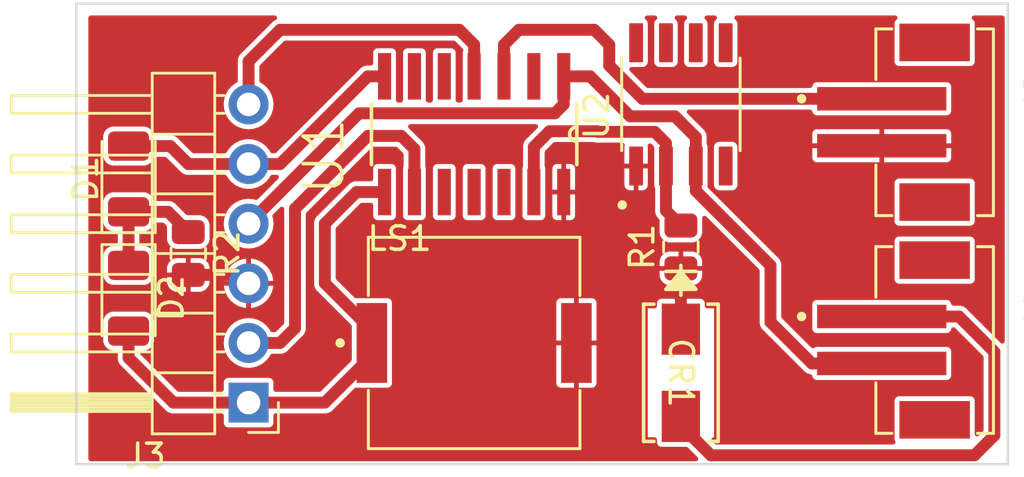
<source format=kicad_pcb>
(kicad_pcb (version 20221018) (generator pcbnew)
  (layers (0 "F.Cu" signal) (31 "B.Cu" signal) (44 "Edge.Cuts" user))
  (net 0 "")
  (net 1 "GND")
  (net 2 "/VCC")
  (net 3 "/M1")
  (net 4 "/MISO")
  (net 5 "/SCK")
  (net 6 "/MOSI")
  (net 7 "/RST")
  (net 9 "/LED1")
  (net 10 "/LED2")
  (net 14 "/AMB")
  (net 15 "Net-(CR1-Pad2)")
  (net 16 "Net-(D1-K)")
  (footprint "LED_SMD:LED_1206_3216Metric" (layer "F.Cu") (at 143.2 93.84 90)
    (fp_text reference "D1" (at 0 -1.82 90) (layer "F.SilkS"))
    (fp_text value "LED")
    (fp_line (start -2.285 -1.135) (end -2.285 1.135) (stroke (width 0.12)) (layer "F.SilkS"))
    (fp_line (start -2.285 1.135) (end 1.6 1.135) (stroke (width 0.12)) (layer "F.SilkS"))
    (fp_line (start 1.6 -1.135) (end -2.285 -1.135) (stroke (width 0.12)) (layer "F.SilkS"))
    (pad "1" smd roundrect (at -1.4 0 90) (size 1.25 1.75) (layers "F.Cu" "F.Paste" "F.Mask") (roundrect_rratio 0.2) (net 16 "Net-(D1-K)"))
    (pad "2" smd roundrect (at 1.4 0 90) (size 1.25 1.75) (layers "F.Cu" "F.Paste" "F.Mask") (roundrect_rratio 0.2) (net 6 "/MOSI"))
  )
  (footprint "Library:SOIC127P599X175-8N" (layer "F.Cu") (at 166.695 90.665 90)
    (fp_text reference "U2" (at -0.48 -3.582 90) (layer "F.SilkS"))
    (fp_text value "MLX75305KXD-AAA-000-RE")
    (fp_line (start -1.97 -2.52) (end 1.97 -2.52) (stroke (width 0.127)) (layer "F.SilkS"))
    (fp_line (start -1.97 2.52) (end 1.97 2.52) (stroke (width 0.127)) (layer "F.SilkS"))
    (fp_circle (center -4.285 -2.495) (end -4.185 -2.495) (stroke (width 0.2)) (fill none) (layer "F.SilkS"))
    (pad "1" smd roundrect (at -2.625 -1.905 90) (size 1.66 0.59) (layers "F.Cu" "F.Paste" "F.Mask") (roundrect_rratio 0.07) (net 1 "GND"))
    (pad "2" smd roundrect (at -2.625 -0.635 90) (size 1.66 0.59) (layers "F.Cu" "F.Paste" "F.Mask") (roundrect_rratio 0.07) (net 14 "/AMB"))
    (pad "3" smd roundrect (at -2.625 0.635 90) (size 1.66 0.59) (layers "F.Cu" "F.Paste" "F.Mask") (roundrect_rratio 0.07) (net 2 "/VCC"))
    (pad "4" smd roundrect (at -2.625 1.905 90) (size 1.66 0.59) (layers "F.Cu" "F.Paste" "F.Mask") (roundrect_rratio 0.07))
    (pad "5" smd roundrect (at 2.625 1.905 90) (size 1.66 0.59) (layers "F.Cu" "F.Paste" "F.Mask") (roundrect_rratio 0.07))
    (pad "6" smd roundrect (at 2.625 0.635 90) (size 1.66 0.59) (layers "F.Cu" "F.Paste" "F.Mask") (roundrect_rratio 0.07))
    (pad "7" smd roundrect (at 2.625 -0.635 90) (size 1.66 0.59) (layers "F.Cu" "F.Paste" "F.Mask") (roundrect_rratio 0.07))
    (pad "8" smd roundrect (at 2.625 -1.905 90) (size 1.66 0.59) (layers "F.Cu" "F.Paste" "F.Mask") (roundrect_rratio 0.07))
  )
  (footprint "LED_SMD:LED_1206_3216Metric" (layer "F.Cu") (at 143.2 98.92 -90)
    (fp_text reference "D2" (at 0 -1.82 90) (layer "F.SilkS"))
    (fp_text value "LED")
    (fp_line (start -2.285 -1.135) (end -2.285 1.135) (stroke (width 0.12)) (layer "F.SilkS"))
    (fp_line (start -2.285 1.135) (end 1.6 1.135) (stroke (width 0.12)) (layer "F.SilkS"))
    (fp_line (start 1.6 -1.135) (end -2.285 -1.135) (stroke (width 0.12)) (layer "F.SilkS"))
    (pad "1" smd roundrect (at -1.4 0 270) (size 1.25 1.75) (layers "F.Cu" "F.Paste" "F.Mask") (roundrect_rratio 0.2) (net 16 "Net-(D1-K)"))
    (pad "2" smd roundrect (at 1.4 0 270) (size 1.25 1.75) (layers "F.Cu" "F.Paste" "F.Mask") (roundrect_rratio 0.2) (net 4 "/MISO"))
  )
  (footprint "Connector_PinHeader_2.54mm:PinHeader_1x06_P2.54mm_Horizontal" (layer "F.Cu") (at 148.305 103.365 180)
    (fp_text reference "J3" (at 4.385 -2.27) (layer "F.SilkS"))
    (fp_text value "Conn_01x06_Pin")
    (fp_line (start -1.27 -1.27) (end 0 -1.27) (stroke (width 0.12)) (layer "F.SilkS"))
    (fp_line (start -1.27 0) (end -1.27 -1.27) (stroke (width 0.12)) (layer "F.SilkS"))
    (fp_line (start 1.042929 2.16) (end 1.44 2.16) (stroke (width 0.12)) (layer "F.SilkS"))
    (fp_line (start 1.042929 2.92) (end 1.44 2.92) (stroke (width 0.12)) (layer "F.SilkS"))
    (fp_line (start 1.042929 4.7) (end 1.44 4.7) (stroke (width 0.12)) (layer "F.SilkS"))
    (fp_line (start 1.042929 5.46) (end 1.44 5.46) (stroke (width 0.12)) (layer "F.SilkS"))
    (fp_line (start 1.042929 7.24) (end 1.44 7.24) (stroke (width 0.12)) (layer "F.SilkS"))
    (fp_line (start 1.042929 8) (end 1.44 8) (stroke (width 0.12)) (layer "F.SilkS"))
    (fp_line (start 1.042929 9.78) (end 1.44 9.78) (stroke (width 0.12)) (layer "F.SilkS"))
    (fp_line (start 1.042929 10.54) (end 1.44 10.54) (stroke (width 0.12)) (layer "F.SilkS"))
    (fp_line (start 1.042929 12.32) (end 1.44 12.32) (stroke (width 0.12)) (layer "F.SilkS"))
    (fp_line (start 1.042929 13.08) (end 1.44 13.08) (stroke (width 0.12)) (layer "F.SilkS"))
    (fp_line (start 1.11 -0.38) (end 1.44 -0.38) (stroke (width 0.12)) (layer "F.SilkS"))
    (fp_line (start 1.11 0.38) (end 1.44 0.38) (stroke (width 0.12)) (layer "F.SilkS"))
    (fp_line (start 1.44 -1.33) (end 1.44 14.03) (stroke (width 0.12)) (layer "F.SilkS"))
    (fp_line (start 1.44 1.27) (end 4.1 1.27) (stroke (width 0.12)) (layer "F.SilkS"))
    (fp_line (start 1.44 3.81) (end 4.1 3.81) (stroke (width 0.12)) (layer "F.SilkS"))
    (fp_line (start 1.44 6.35) (end 4.1 6.35) (stroke (width 0.12)) (layer "F.SilkS"))
    (fp_line (start 1.44 8.89) (end 4.1 8.89) (stroke (width 0.12)) (layer "F.SilkS"))
    (fp_line (start 1.44 11.43) (end 4.1 11.43) (stroke (width 0.12)) (layer "F.SilkS"))
    (fp_line (start 1.44 14.03) (end 4.1 14.03) (stroke (width 0.12)) (layer "F.SilkS"))
    (fp_line (start 4.1 -1.33) (end 1.44 -1.33) (stroke (width 0.12)) (layer "F.SilkS"))
    (fp_line (start 4.1 -0.38) (end 10.1 -0.38) (stroke (width 0.12)) (layer "F.SilkS"))
    (fp_line (start 4.1 -0.32) (end 10.1 -0.32) (stroke (width 0.12)) (layer "F.SilkS"))
    (fp_line (start 4.1 -0.2) (end 10.1 -0.2) (stroke (width 0.12)) (layer "F.SilkS"))
    (fp_line (start 4.1 -0.08) (end 10.1 -0.08) (stroke (width 0.12)) (layer "F.SilkS"))
    (fp_line (start 4.1 0.04) (end 10.1 0.04) (stroke (width 0.12)) (layer "F.SilkS"))
    (fp_line (start 4.1 0.16) (end 10.1 0.16) (stroke (width 0.12)) (layer "F.SilkS"))
    (fp_line (start 4.1 0.28) (end 10.1 0.28) (stroke (width 0.12)) (layer "F.SilkS"))
    (fp_line (start 4.1 2.16) (end 10.1 2.16) (stroke (width 0.12)) (layer "F.SilkS"))
    (fp_line (start 4.1 4.7) (end 10.1 4.7) (stroke (width 0.12)) (layer "F.SilkS"))
    (fp_line (start 4.1 7.24) (end 10.1 7.24) (stroke (width 0.12)) (layer "F.SilkS"))
    (fp_line (start 4.1 9.78) (end 10.1 9.78) (stroke (width 0.12)) (layer "F.SilkS"))
    (fp_line (start 4.1 12.32) (end 10.1 12.32) (stroke (width 0.12)) (layer "F.SilkS"))
    (fp_line (start 4.1 14.03) (end 4.1 -1.33) (stroke (width 0.12)) (layer "F.SilkS"))
    (fp_line (start 10.1 -0.38) (end 10.1 0.38) (stroke (width 0.12)) (layer "F.SilkS"))
    (fp_line (start 10.1 0.38) (end 4.1 0.38) (stroke (width 0.12)) (layer "F.SilkS"))
    (fp_line (start 10.1 2.16) (end 10.1 2.92) (stroke (width 0.12)) (layer "F.SilkS"))
    (fp_line (start 10.1 2.92) (end 4.1 2.92) (stroke (width 0.12)) (layer "F.SilkS"))
    (fp_line (start 10.1 4.7) (end 10.1 5.46) (stroke (width 0.12)) (layer "F.SilkS"))
    (fp_line (start 10.1 5.46) (end 4.1 5.46) (stroke (width 0.12)) (layer "F.SilkS"))
    (fp_line (start 10.1 7.24) (end 10.1 8) (stroke (width 0.12)) (layer "F.SilkS"))
    (fp_line (start 10.1 8) (end 4.1 8) (stroke (width 0.12)) (layer "F.SilkS"))
    (fp_line (start 10.1 9.78) (end 10.1 10.54) (stroke (width 0.12)) (layer "F.SilkS"))
    (fp_line (start 10.1 10.54) (end 4.1 10.54) (stroke (width 0.12)) (layer "F.SilkS"))
    (fp_line (start 10.1 12.32) (end 10.1 13.08) (stroke (width 0.12)) (layer "F.SilkS"))
    (fp_line (start 10.1 13.08) (end 4.1 13.08) (stroke (width 0.12)) (layer "F.SilkS"))
    (pad "1" thru_hole rect (at 0 0 180) (size 1.7 1.7) (drill 1) (layers "*.Cu" "*.Mask") (net 4 "/MISO"))
    (pad "2" thru_hole oval (at 0 2.54 180) (size 1.7 1.7) (drill 1) (layers "*.Cu" "*.Mask") (net 5 "/SCK"))
    (pad "3" thru_hole oval (at 0 5.08 180) (size 1.7 1.7) (drill 1) (layers "*.Cu" "*.Mask") (net 1 "GND"))
    (pad "4" thru_hole oval (at 0 7.62 180) (size 1.7 1.7) (drill 1) (layers "*.Cu" "*.Mask") (net 2 "/VCC"))
    (pad "5" thru_hole oval (at 0 10.16 180) (size 1.7 1.7) (drill 1) (layers "*.Cu" "*.Mask") (net 6 "/MOSI"))
    (pad "6" thru_hole oval (at 0 12.7 180) (size 1.7 1.7) (drill 1) (layers "*.Cu" "*.Mask") (net 7 "/RST"))
  )
  (footprint "Library:JST_B2B-PH-SM4-TB" (layer "F.Cu") (at 177.49 100.698 -90)
    (fp_text reference "J1" (at -1.275 -4.385 90) (layer "F.SilkS"))
    (fp_text value "B2B-PH-SM4-TB")
    (fp_line (start -3.975 -2.5) (end 3.975 -2.5) (stroke (width 0.127)) (layer "F.SilkS"))
    (fp_line (start -3.975 -1.82) (end -3.975 -2.5) (stroke (width 0.127)) (layer "F.SilkS"))
    (fp_line (start -3.975 2.5) (end -3.975 1.82) (stroke (width 0.127)) (layer "F.SilkS"))
    (fp_line (start -1.82 2.5) (end -3.975 2.5) (stroke (width 0.127)) (layer "F.SilkS"))
    (fp_line (start 3.975 -2.5) (end 3.975 -1.82) (stroke (width 0.127)) (layer "F.SilkS"))
    (fp_line (start 3.975 2.5) (end 1.82 2.5) (stroke (width 0.127)) (layer "F.SilkS"))
    (fp_line (start 3.975 2.5) (end 3.975 1.82) (stroke (width 0.127)) (layer "F.SilkS"))
    (fp_circle (center -1 5.66) (end -0.9 5.66) (stroke (width 0.2)) (fill none) (layer "F.SilkS"))
    (pad "1" smd rect (at -1 2.25 270) (size 1 5.5) (layers "F.Cu" "F.Paste" "F.Mask") (net 15 "Net-(CR1-Pad2)"))
    (pad "2" smd rect (at 1 2.25 270) (size 1 5.5) (layers "F.Cu" "F.Paste" "F.Mask") (net 2 "/VCC"))
    (pad "S1" smd rect (at -3.4 0 270) (size 1.6 3) (layers "F.Cu" "F.Paste" "F.Mask"))
    (pad "S2" smd rect (at 3.4 0 270) (size 1.6 3) (layers "F.Cu" "F.Paste" "F.Mask"))
  )
  (footprint "Library:SOIC127P600X175-14N" (layer "F.Cu") (at 157.9 91.935 -90)
    (fp_text reference "U1" (at 0.941555 6.387375 90) (layer "F.SilkS") (effects (font (size 1.643079 1.643079))))
    (fp_text value "ATTINY84A-SSUR")
    (fp_line (start -1.2954 4.3688) (end 1.2954 4.3688) (stroke (width 0.1524)) (layer "F.SilkS"))
    (fp_line (start -0.3048 -4.3688) (end -1.2954 -4.3688) (stroke (width 0.1524)) (layer "F.SilkS"))
    (fp_line (start 0.3048 -4.3688) (end -0.3048 -4.3688) (stroke (width 0.1524)) (layer "F.SilkS"))
    (fp_line (start 1.2954 -4.3688) (end 0.3048 -4.3688) (stroke (width 0.1524)) (layer "F.SilkS"))
    (fp_arc (start 0.3048 -4.3688) (mid 0 -4.064) (end -0.3048 -4.3688) (stroke (width 0.1524)) (layer "F.SilkS"))
    (pad "1" smd rect (at -2.4638 -3.81 270) (size 1.9812 0.5588) (layers "F.Cu" "F.Paste" "F.Mask") (net 2 "/VCC"))
    (pad "2" smd rect (at -2.4638 -2.54 270) (size 1.9812 0.5588) (layers "F.Cu" "F.Paste" "F.Mask"))
    (pad "3" smd rect (at -2.4638 -1.27 270) (size 1.9812 0.5588) (layers "F.Cu" "F.Paste" "F.Mask") (net 3 "/M1"))
    (pad "4" smd rect (at -2.4638 0 270) (size 1.9812 0.5588) (layers "F.Cu" "F.Paste" "F.Mask") (net 7 "/RST"))
    (pad "5" smd rect (at -2.4638 1.27 270) (size 1.9812 0.5588) (layers "F.Cu" "F.Paste" "F.Mask") (net 9 "/LED1"))
    (pad "6" smd rect (at -2.4638 2.54 270) (size 1.9812 0.5588) (layers "F.Cu" "F.Paste" "F.Mask") (net 10 "/LED2"))
    (pad "7" smd rect (at -2.4638 3.81 270) (size 1.9812 0.5588) (layers "F.Cu" "F.Paste" "F.Mask") (net 6 "/MOSI"))
    (pad "8" smd rect (at 2.4638 3.81 270) (size 1.9812 0.5588) (layers "F.Cu" "F.Paste" "F.Mask") (net 4 "/MISO"))
    (pad "9" smd rect (at 2.4638 2.54 270) (size 1.9812 0.5588) (layers "F.Cu" "F.Paste" "F.Mask") (net 5 "/SCK"))
    (pad "10" smd rect (at 2.4638 1.27 270) (size 1.9812 0.5588) (layers "F.Cu" "F.Paste" "F.Mask"))
    (pad "11" smd rect (at 2.4638 0 270) (size 1.9812 0.5588) (layers "F.Cu" "F.Paste" "F.Mask"))
    (pad "12" smd rect (at 2.4638 -1.27 270) (size 1.9812 0.5588) (layers "F.Cu" "F.Paste" "F.Mask"))
    (pad "13" smd rect (at 2.4638 -2.54 270) (size 1.9812 0.5588) (layers "F.Cu" "F.Paste" "F.Mask") (net 14 "/AMB"))
    (pad "14" smd rect (at 2.4638 -3.81 270) (size 1.9812 0.5588) (layers "F.Cu" "F.Paste" "F.Mask") (net 1 "GND"))
  )
  (footprint "Resistor_SMD:R_0805_2012Metric" (layer "F.Cu") (at 145.74 97.015 -90)
    (fp_text reference "R2" (at 0 -1.65 90) (layer "F.SilkS"))
    (fp_text value "R")
    (fp_line (start -0.227064 -0.735) (end 0.227064 -0.735) (stroke (width 0.12)) (layer "F.SilkS"))
    (fp_line (start -0.227064 0.735) (end 0.227064 0.735) (stroke (width 0.12)) (layer "F.SilkS"))
    (pad "1" smd roundrect (at -0.9125 0 270) (size 1.025 1.4) (layers "F.Cu" "F.Paste" "F.Mask") (roundrect_rratio 0.243902) (net 16 "Net-(D1-K)"))
    (pad "2" smd roundrect (at 0.9125 0 270) (size 1.025 1.4) (layers "F.Cu" "F.Paste" "F.Mask") (roundrect_rratio 0.243902) (net 1 "GND"))
  )
  (footprint "Library:SPKR_PKMCS0909E4000-R1" (layer "F.Cu") (at 157.9 100.825)
    (fp_text reference "LS1" (at -3.175 -4.445) (layer "F.SilkS"))
    (fp_text value "PKMCS0909E4000-R1")
    (fp_line (start -4.5 -4.5) (end 4.5 -4.5) (stroke (width 0.127)) (layer "F.SilkS"))
    (fp_line (start -4.5 -2.02) (end -4.5 -4.5) (stroke (width 0.127)) (layer "F.SilkS"))
    (fp_line (start -4.5 4.5) (end -4.5 2.02) (stroke (width 0.127)) (layer "F.SilkS"))
    (fp_line (start 4.5 -4.5) (end 4.5 -2.02) (stroke (width 0.127)) (layer "F.SilkS"))
    (fp_line (start 4.5 2.02) (end 4.5 4.5) (stroke (width 0.127)) (layer "F.SilkS"))
    (fp_line (start 4.5 4.5) (end -4.5 4.5) (stroke (width 0.127)) (layer "F.SilkS"))
    (fp_circle (center -5.7 0) (end -5.6 0) (stroke (width 0.2)) (fill none) (layer "F.SilkS"))
    (pad "1" smd rect (at -4.35 0) (size 1.3 3.4) (layers "F.Cu" "F.Paste" "F.Mask") (net 4 "/MISO"))
    (pad "2" smd rect (at 4.35 0) (size 1.3 3.4) (layers "F.Cu" "F.Paste" "F.Mask") (net 1 "GND"))
  )
  (footprint "Library:SMA_DIO" (layer "F.Cu") (at 166.695 102.095 -90)
    (fp_text reference "CR1" (at 0 0 -90 unlocked) (layer "F.SilkS"))
    (fp_text value "S1A-13-F")
    (fp_line (start -4.319001 -0.635) (end -4.319001 0.635) (stroke (width 0.1524)) (layer "F.SilkS"))
    (fp_line (start -4.319001 0) (end -3.557001 -0.635) (stroke (width 0.1524)) (layer "F.SilkS"))
    (fp_line (start -4.319001 0) (end -3.557001 -0.508) (stroke (width 0.1524)) (layer "F.SilkS"))
    (fp_line (start -4.319001 0) (end -3.557001 -0.381) (stroke (width 0.1524)) (layer "F.SilkS"))
    (fp_line (start -4.319001 0) (end -3.557001 -0.254) (stroke (width 0.1524)) (layer "F.SilkS"))
    (fp_line (start -4.319001 0) (end -3.557001 -0.127) (stroke (width 0.1524)) (layer "F.SilkS"))
    (fp_line (start -4.319001 0) (end -3.557001 0.127) (stroke (width 0.1524)) (layer "F.SilkS"))
    (fp_line (start -4.319001 0) (end -3.557001 0.254) (stroke (width 0.1524)) (layer "F.SilkS"))
    (fp_line (start -4.319001 0) (end -3.557001 0.381) (stroke (width 0.1524)) (layer "F.SilkS"))
    (fp_line (start -4.319001 0) (end -3.557001 0.508) (stroke (width 0.1524)) (layer "F.SilkS"))
    (fp_line (start -4.319001 0) (end -3.557001 0.635) (stroke (width 0.1524)) (layer "F.SilkS"))
    (fp_line (start -3.557001 -0.635) (end -3.557001 0.635) (stroke (width 0.1524)) (layer "F.SilkS"))
    (fp_line (start -3.303001 0) (end -4.573001 0) (stroke (width 0.1524)) (layer "F.SilkS"))
    (fp_line (start -2.922001 -1.587) (end -2.922001 -1.14774) (stroke (width 0.1524)) (layer "F.SilkS"))
    (fp_line (start -2.922001 1.14774) (end -2.922001 1.587) (stroke (width 0.1524)) (layer "F.SilkS"))
    (fp_line (start -2.922001 1.587) (end 2.922001 1.587) (stroke (width 0.1524)) (layer "F.SilkS"))
    (fp_line (start 2.922001 -1.587) (end -2.922001 -1.587) (stroke (width 0.1524)) (layer "F.SilkS"))
    (fp_line (start 2.922001 -1.14774) (end 2.922001 -1.587) (stroke (width 0.1524)) (layer "F.SilkS"))
    (fp_line (start 2.922001 1.587) (end 2.922001 1.14774) (stroke (width 0.1524)) (layer "F.SilkS"))
    (pad "1" smd rect (at -1.8572 0) (size 1.63 2.1804) (layers "F.Cu" "F.Paste" "F.Mask") (net 1 "GND"))
    (pad "2" smd rect (at 1.8572 0) (size 1.63 2.1804) (layers "F.Cu" "F.Paste" "F.Mask") (net 15 "Net-(CR1-Pad2)"))
    (zone (net 0) (net_name "") (layer "F.Cu") (connect_pads (clearance 0)) (min_thickness 0.254)
      (keepout (tracks not_allowed) (vias not_allowed) (pads allowed) (copperpour not_allowed) (footprints allowed))
      (fill (thermal_gap 0.508) (thermal_bridge_width 0.508))
      (polygon (pts (xy 165.8292 99.3508) (xy 165.8292 104.8392) (xy 165.285801 104.8392) (xy 165.285801 99.3508)))
    )
    (zone (net 0) (net_name "") (layer "F.Cu") (connect_pads (clearance 0)) (min_thickness 0.254)
      (keepout (tracks not_allowed) (vias not_allowed) (pads allowed) (copperpour not_allowed) (footprints allowed))
      (fill (thermal_gap 0.508) (thermal_bridge_width 0.508))
      (polygon (pts (xy 167.5608 101.3788) (xy 167.5608 102.8112) (xy 165.8292 102.8112) (xy 165.8292 101.3788)))
    )
    (zone (net 0) (net_name "") (layer "F.Cu") (connect_pads (clearance 0)) (min_thickness 0.254)
      (keepout (tracks not_allowed) (vias not_allowed) (pads allowed) (copperpour not_allowed) (footprints allowed))
      (fill (thermal_gap 0.508) (thermal_bridge_width 0.508))
      (polygon (pts (xy 168.104199 99.3508) (xy 168.104199 104.8392) (xy 167.5608 104.8392) (xy 167.5608 99.3508)))
    )
  )
  (footprint "Library:JST_B2B-PH-SM4-TB" (layer "F.Cu") (at 177.49 91.427 -90)
    (fp_text reference "J2" (at -1.275 -4.385 90) (layer "F.SilkS"))
    (fp_text value "B2B-PH-SM4-TB")
    (fp_line (start -3.975 -2.5) (end 3.975 -2.5) (stroke (width 0.127)) (layer "F.SilkS"))
    (fp_line (start -3.975 -1.82) (end -3.975 -2.5) (stroke (width 0.127)) (layer "F.SilkS"))
    (fp_line (start -3.975 2.5) (end -3.975 1.82) (stroke (width 0.127)) (layer "F.SilkS"))
    (fp_line (start -1.82 2.5) (end -3.975 2.5) (stroke (width 0.127)) (layer "F.SilkS"))
    (fp_line (start 3.975 -2.5) (end 3.975 -1.82) (stroke (width 0.127)) (layer "F.SilkS"))
    (fp_line (start 3.975 2.5) (end 1.82 2.5) (stroke (width 0.127)) (layer "F.SilkS"))
    (fp_line (start 3.975 2.5) (end 3.975 1.82) (stroke (width 0.127)) (layer "F.SilkS"))
    (fp_circle (center -1 5.66) (end -0.9 5.66) (stroke (width 0.2)) (fill none) (layer "F.SilkS"))
    (pad "1" smd rect (at -1 2.25 270) (size 1 5.5) (layers "F.Cu" "F.Paste" "F.Mask") (net 3 "/M1"))
    (pad "2" smd rect (at 1 2.25 270) (size 1 5.5) (layers "F.Cu" "F.Paste" "F.Mask") (net 1 "GND"))
    (pad "S1" smd rect (at -3.4 0 270) (size 1.6 3) (layers "F.Cu" "F.Paste" "F.Mask"))
    (pad "S2" smd rect (at 3.4 0 270) (size 1.6 3) (layers "F.Cu" "F.Paste" "F.Mask"))
  )
  (footprint "Resistor_SMD:R_0805_2012Metric" (layer "F.Cu") (at 166.695 96.7375 90)
    (fp_text reference "R1" (at 0 -1.65 90) (layer "F.SilkS"))
    (fp_text value "R")
    (fp_line (start -0.227064 -0.735) (end 0.227064 -0.735) (stroke (width 0.12)) (layer "F.SilkS"))
    (fp_line (start -0.227064 0.735) (end 0.227064 0.735) (stroke (width 0.12)) (layer "F.SilkS"))
    (pad "1" smd roundrect (at -0.9125 0 90) (size 1.025 1.4) (layers "F.Cu" "F.Paste" "F.Mask") (roundrect_rratio 0.243902) (net 1 "GND"))
    (pad "2" smd roundrect (at 0.9125 0 90) (size 1.025 1.4) (layers "F.Cu" "F.Paste" "F.Mask") (roundrect_rratio 0.243902) (net 14 "/AMB"))
  )
  (gr_rect (start 140.98 86.37) (end 180.6 105.99) (stroke (width 0.1)) (fill none) (layer "Edge.Cuts"))
  (segment (start 145.74 97.9275) (end 147.9475 97.9275) (width 0.508) (layer "F.Cu") (net 1))
  (segment (start 166.695 97.65) (end 166.695 100.2378) (width 0.508) (layer "F.Cu") (net 1))
  (segment (start 147.9475 97.9275) (end 148.305 98.285) (width 0.508) (layer "F.Cu") (net 1))
  (segment (start 167.33 93.29) (end 167.33 94.348) (width 0.508) (layer "F.Cu") (net 2))
  (segment (start 161.329 91.046) (end 161.71 90.665) (width 0.508) (layer "F.Cu") (net 2))
  (segment (start 162.8342 89.4712) (end 164.536 91.173) (width 0.508) (layer "F.Cu") (net 2))
  (segment (start 167.33 92.062) (end 167.33 93.29) (width 0.508) (layer "F.Cu") (net 2))
  (segment (start 164.536 91.173) (end 166.441 91.173) (width 0.508) (layer "F.Cu") (net 2))
  (segment (start 166.441 91.173) (end 167.33 92.062) (width 0.508) (layer "F.Cu") (net 2))
  (segment (start 161.71 89.4712) (end 162.8342 89.4712) (width 0.508) (layer "F.Cu") (net 2))
  (segment (start 161.71 90.665) (end 161.71 89.4712) (width 0.508) (layer "F.Cu") (net 2))
  (segment (start 170.505 99.936) (end 172.267 101.698) (width 0.508) (layer "F.Cu") (net 2))
  (segment (start 153.004 91.046) (end 161.329 91.046) (width 0.508) (layer "F.Cu") (net 2))
  (segment (start 148.305 95.745) (end 153.004 91.046) (width 0.508) (layer "F.Cu") (net 2))
  (segment (start 170.505 97.523) (end 170.505 99.936) (width 0.508) (layer "F.Cu") (net 2))
  (segment (start 167.33 94.348) (end 170.505 97.523) (width 0.508) (layer "F.Cu") (net 2))
  (segment (start 172.267 101.698) (end 175.24 101.698) (width 0.508) (layer "F.Cu") (net 2))
  (segment (start 165.06 90.427) (end 175.24 90.427) (width 0.508) (layer "F.Cu") (net 3))
  (segment (start 163.647 88.125) (end 163.647 89.014) (width 0.508) (layer "F.Cu") (net 3))
  (segment (start 159.17 89.4712) (end 159.17 88.125) (width 0.508) (layer "F.Cu") (net 3))
  (segment (start 163.012 87.49) (end 163.647 88.125) (width 0.508) (layer "F.Cu") (net 3))
  (segment (start 159.805 87.49) (end 163.012 87.49) (width 0.508) (layer "F.Cu") (net 3))
  (segment (start 163.647 89.014) (end 165.06 90.427) (width 0.508) (layer "F.Cu") (net 3))
  (segment (start 159.17 88.125) (end 159.805 87.49) (width 0.508) (layer "F.Cu") (net 3))
  (segment (start 151.55 103.365) (end 153.55 101.365) (width 0.508) (layer "F.Cu") (net 4))
  (segment (start 153.55 100.285) (end 151.55 98.285) (width 0.508) (layer "F.Cu") (net 4))
  (segment (start 148.305 103.365) (end 151.55 103.365) (width 0.508) (layer "F.Cu") (net 4))
  (segment (start 153.55 100.825) (end 153.55 100.285) (width 0.508) (layer "F.Cu") (net 4))
  (segment (start 143.2 100.32) (end 143.2 101.46) (width 0.508) (layer "F.Cu") (net 4))
  (segment (start 145.105 103.365) (end 148.305 103.365) (width 0.508) (layer "F.Cu") (net 4))
  (segment (start 152.8962 94.3988) (end 154.09 94.3988) (width 0.508) (layer "F.Cu") (net 4))
  (segment (start 151.55 98.285) (end 151.55 95.745) (width 0.508) (layer "F.Cu") (net 4))
  (segment (start 153.55 101.365) (end 153.55 100.825) (width 0.508) (layer "F.Cu") (net 4))
  (segment (start 143.2 101.46) (end 145.105 103.365) (width 0.508) (layer "F.Cu") (net 4))
  (segment (start 151.55 95.745) (end 152.8962 94.3988) (width 0.508) (layer "F.Cu") (net 4))
  (segment (start 149.645 100.825) (end 150.28 100.19) (width 0.508) (layer "F.Cu") (net 5))
  (segment (start 150.28 100.19) (end 150.28 95.11) (width 0.508) (layer "F.Cu") (net 5))
  (segment (start 155.36 92.57) (end 155.36 94.3988) (width 0.508) (layer "F.Cu") (net 5))
  (segment (start 150.28 95.11) (end 153.382 92.008) (width 0.508) (layer "F.Cu") (net 5))
  (segment (start 153.382 92.008) (end 154.798 92.008) (width 0.508) (layer "F.Cu") (net 5))
  (segment (start 154.798 92.008) (end 155.36 92.57) (width 0.508) (layer "F.Cu") (net 5))
  (segment (start 148.305 100.825) (end 149.645 100.825) (width 0.508) (layer "F.Cu") (net 5))
  (segment (start 144.975 92.44) (end 145.74 93.205) (width 0.508) (layer "F.Cu") (net 6))
  (segment (start 145.74 93.205) (end 148.305 93.205) (width 0.508) (layer "F.Cu") (net 6))
  (segment (start 149.645 93.205) (end 153.3788 89.4712) (width 0.508) (layer "F.Cu") (net 6))
  (segment (start 148.305 93.205) (end 149.645 93.205) (width 0.508) (layer "F.Cu") (net 6))
  (segment (start 143.2 92.44) (end 144.975 92.44) (width 0.508) (layer "F.Cu") (net 6))
  (segment (start 153.3788 89.4712) (end 154.09 89.4712) (width 0.508) (layer "F.Cu") (net 6))
  (segment (start 149.645 87.49) (end 157.265 87.49) (width 0.508) (layer "F.Cu") (net 7))
  (segment (start 148.305 90.665) (end 148.305 88.83) (width 0.508) (layer "F.Cu") (net 7))
  (segment (start 148.305 88.83) (end 149.645 87.49) (width 0.508) (layer "F.Cu") (net 7))
  (segment (start 157.265 87.49) (end 157.9 88.125) (width 0.508) (layer "F.Cu") (net 7))
  (segment (start 157.9 88.125) (end 157.9 89.4712) (width 0.508) (layer "F.Cu") (net 7))
  (segment (start 166.06 95.19) (end 166.695 95.825) (width 0.508) (layer "F.Cu") (net 14))
  (segment (start 163.139 91.808) (end 163.1644 91.8334) (width 0.508) (layer "F.Cu") (net 14))
  (segment (start 166.06 93.29) (end 166.06 95.19) (width 0.508) (layer "F.Cu") (net 14))
  (segment (start 160.44 92.475) (end 161.107 91.808) (width 0.508) (layer "F.Cu") (net 14))
  (segment (start 160.44 94.3988) (end 160.44 92.475) (width 0.508) (layer "F.Cu") (net 14))
  (segment (start 166.06 92.316) (end 166.06 93.29) (width 0.508) (layer "F.Cu") (net 14))
  (segment (start 161.107 91.808) (end 163.139 91.808) (width 0.508) (layer "F.Cu") (net 14))
  (segment (start 163.1644 91.8334) (end 165.5774 91.8334) (width 0.508) (layer "F.Cu") (net 14))
  (segment (start 165.5774 91.8334) (end 166.06 92.316) (width 0.508) (layer "F.Cu") (net 14))
  (segment (start 180.03 104.762) (end 180.03 101.206) (width 0.508) (layer "F.Cu") (net 15))
  (segment (start 166.695 103.9522) (end 166.695 104.33261) (width 0.508) (layer "F.Cu") (net 15))
  (segment (start 180.03 101.206) (end 178.522 99.698) (width 0.508) (layer "F.Cu") (net 15))
  (segment (start 166.695 104.33261) (end 167.97039 105.608) (width 0.508) (layer "F.Cu") (net 15))
  (segment (start 178.522 99.698) (end 175.24 99.698) (width 0.508) (layer "F.Cu") (net 15))
  (segment (start 179.184 105.608) (end 180.03 104.762) (width 0.508) (layer "F.Cu") (net 15))
  (segment (start 167.97039 105.608) (end 179.184 105.608) (width 0.508) (layer "F.Cu") (net 15))
  (segment (start 144.8775 95.24) (end 145.74 96.1025) (width 0.508) (layer "F.Cu") (net 16))
  (segment (start 143.2 95.24) (end 143.2 97.52) (width 0.508) (layer "F.Cu") (net 16))
  (segment (start 143.2 95.24) (end 144.8775 95.24) (width 0.508) (layer "F.Cu") (net 16))
  (zone (net 1) (net_name "GND") (layer "F.Cu") (connect_pads (clearance 0.2032)) (min_thickness 0.2032) (fill yes (thermal_gap 0.2032) (thermal_bridge_width 0.2032))
    (polygon (pts (xy 140.66 86.22) (xy 181.3 86.22) (xy 181.3 106.54) (xy 140.66 106.54)))
  )
)
</source>
